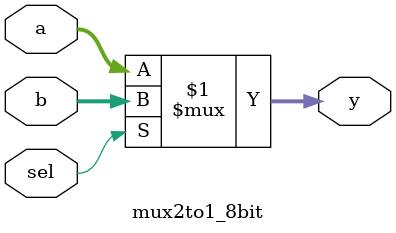
<source format=sv>

module mux2to1 (
    input  logic a,
    input  logic b,
    input  logic sel,
    output logic y
);
    assign y = sel ? b : a;  // if sel=1, output b; else output a
endmodule

// 4-to-1 Multiplexer
module mux4to1 (
    input  logic [3:0] data,  // 4 input lines
    input  logic [1:0] sel,   // 2-bit selector
    output logic       y
);
    assign y = data[sel];
endmodule

// 8-bit 2-to-1 Multiplexer
module mux2to1_8bit (
    input  logic [7:0] a,
    input  logic [7:0] b,
    input  logic       sel,
    output logic [7:0] y
);
    assign y = sel ? b : a;
endmodule
</source>
